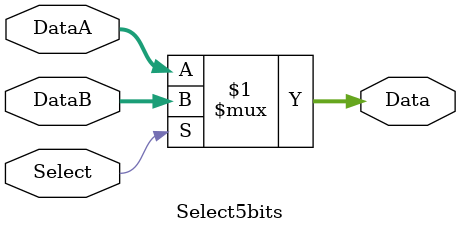
<source format=v>
`timescale 1ns / 1ps


/*
选择register destination
input:
        DataA, DataB: 待选择的两个寄存器
        Select: 目标寄存器的选择信号
output:
        Data: 选择之后的目标寄存器
*/


module Select5bits(
    input Select,
    input [4:0] DataA, DataB,
    output [4:0] Data
    );
    assign Data = Select?DataB:DataA;
endmodule

</source>
